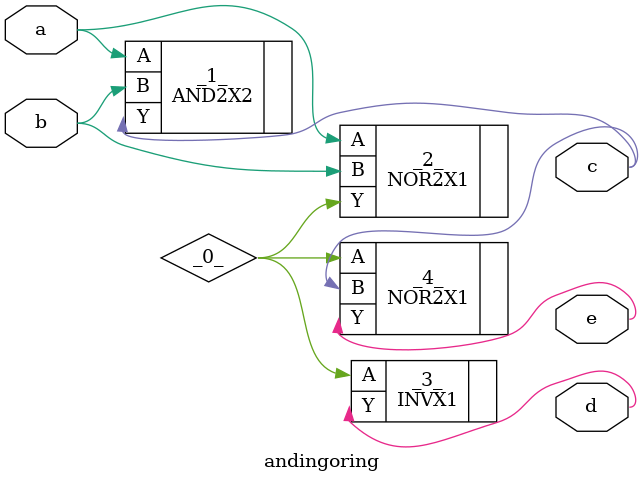
<source format=v>
module andingoring(a, b, c, d, e);  wire _0_;  input a;  input b;  output c;  output d;  output e;  AND2X2 _1_ (    .A(a),    .B(b),    .Y(c)  );  NOR2X1 _2_ (    .A(a),    .B(b),    .Y(_0_)  );  INVX1 _3_ (    .A(_0_),    .Y(d)  );  NOR2X1 _4_ (    .A(_0_),    .B(c),    .Y(e)  );endmodule

</source>
